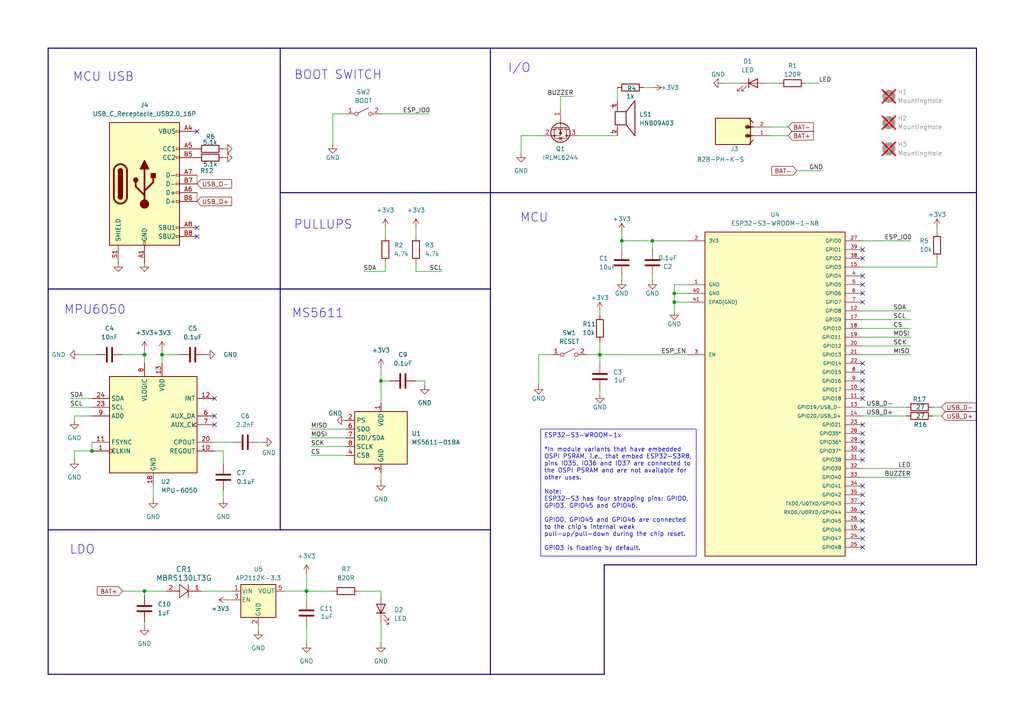
<source format=kicad_sch>
(kicad_sch (version 20250114) (generator "eeschema") (generator_version "9.0")
  (paper "A4")
  (title_block (title "MARS F25 Board") (date "2025-11-07") (rev "v1.0.1") (company "Metropolitan Aerospace Rocket Society") (comment 1 "Author: Anthony Dalgleish"))
  (lib_symbols
    (symbol "AT-1127-ST-2-R:AT-1127-ST-2-R" (pin_names (offset 1.016))
      (property "Reference" "LS1" (at 3.81 1.1258 0))
      (property "Value" "HNB09A03" (at 3.81 -1.4142 0))
      (symbol "AT-1127-ST-2-R_0_0"
        (text "+" (at -5.08 2.54 0) (effects (font (size 1.778 1.778)) (justify left bottom)))
        (text "-" (at -5.08 -5.08 0) (effects (font (size 1.778 1.778)) (justify left bottom)))
        (pin passive line (at -2.54 5.08 270) (length 2.54) (name "~") (number "1"))
        (pin passive line (at -2.54 -5.08 90) (length 2.54) (name "~") (number "2"))
      )
    )
    (symbol "B2B-PH-K-S:B2B-PH-K-S" (pin_names (offset 1.016))
      (property "Reference" "J" (at -5.58 5.08 0))
      (property "Value" "B2B-PH-K-S" (at -5.08 -5.08 0))
      (symbol "B2B-PH-K-S_0_0"
        (pin passive line (at -10.16 2.54 0) (length 5.08) (name "1") (number "1"))
        (pin passive line (at -10.16 0 0) (length 5.08) (name "2") (number "2"))
      )
    )
    (symbol "Connector:USB_C_Receptacle_USB2.0_16P" (pin_names (offset 1.016))
      (property "Reference" "J" (at 0 22.225 0))
      (property "Value" "USB_C_Receptacle_USB2.0_16P" (at 0 19.685 0))
      (symbol "USB_C_Receptacle_USB2.0_16P_1_1"
        (pin passive line (at -7.62 -22.86 90) (length 5.08) (name "SHIELD") (number "S1"))
        (pin passive line (at 0 -22.86 90) (length 5.08) (name "GND") (number "A1"))
        (pin passive line (at 0 -22.86 90) (length 5.08) (hide yes) (name "GND") (number "A12"))
        (pin passive line (at 0 -22.86 90) (length 5.08) (hide yes) (name "GND") (number "B1"))
        (pin passive line (at 0 -22.86 90) (length 5.08) (hide yes) (name "GND") (number "B12"))
        (pin passive line (at 15.24 15.24 180) (length 5.08) (name "VBUS") (number "A4"))
        (pin passive line (at 15.24 15.24 180) (length 5.08) (hide yes) (name "VBUS") (number "A9"))
        (pin passive line (at 15.24 15.24 180) (length 5.08) (hide yes) (name "VBUS") (number "B4"))
        (pin passive line (at 15.24 15.24 180) (length 5.08) (hide yes) (name "VBUS") (number "B9"))
        (pin bidirectional line (at 15.24 10.16 180) (length 5.08) (name "CC1") (number "A5"))
        (pin bidirectional line (at 15.24 7.62 180) (length 5.08) (name "CC2") (number "B5"))
        (pin bidirectional line (at 15.24 2.54 180) (length 5.08) (name "D-") (number "A7"))
        (pin bidirectional line (at 15.24 0 180) (length 5.08) (name "D-") (number "B7"))
        (pin bidirectional line (at 15.24 -2.54 180) (length 5.08) (name "D+") (number "A6"))
        (pin bidirectional line (at 15.24 -5.08 180) (length 5.08) (name "D+") (number "B6"))
        (pin bidirectional line (at 15.24 -12.7 180) (length 5.08) (name "SBU1") (number "A8"))
        (pin bidirectional line (at 15.24 -15.24 180) (length 5.08) (name "SBU2") (number "B8"))
      )
    )
    (symbol "Device:C" (pin_numbers (hide yes)) (pin_names (offset 0.254))
      (property "Reference" "C" (at 0.635 2.54 0))
      (property "Value" "C" (at 0.635 -2.54 0))
      (symbol "C_1_1"
        (pin passive line (at 0 3.81 270) (length 2.794) (name "~") (number "1"))
        (pin passive line (at 0 -3.81 90) (length 2.794) (name "~") (number "2"))
      )
    )
    (symbol "Device:LED" (pin_numbers (hide yes)) (pin_names (offset 1.016) (hide yes))
      (property "Reference" "D" (at 0 2.54 0))
      (property "Value" "LED" (at 0 -2.54 0))
      (symbol "LED_1_1"
        (pin passive line (at -3.81 0 0) (length 2.54) (name "K") (number "1"))
        (pin passive line (at 3.81 0 180) (length 2.54) (name "A") (number "2"))
      )
    )
    (symbol "Device:R" (pin_numbers (hide yes)) (pin_names (offset 0))
      (property "Reference" "R" (at 2.032 0 90))
      (property "Value" "R" (at 0 0 90))
      (symbol "R_1_1"
        (pin passive line (at 0 3.81 270) (length 1.27) (name "~") (number "1"))
        (pin passive line (at 0 -3.81 90) (length 1.27) (name "~") (number "2"))
      )
    )
    (symbol "MBRS130LT3G:MBRS130LT3G" (pin_names (offset 0.254))
      (property "Reference" "CR" (at 5.08 4.445 0))
      (property "Value" "MBRS130LT3G" (at 5.08 -3.81 0))
      (symbol "MBRS130LT3G_1_1"
        (pin unspecified line (at 0 0 0) (length 2.54) (name "") (number "2"))
        (pin unspecified line (at 10.16 0 180) (length 2.54) (name "") (number "1"))
      )
      (symbol "MBRS130LT3G_1_2"
        (pin unspecified line (at 0 10.16 270) (length 2.54) (name "") (number "1"))
        (pin unspecified line (at 0 0 90) (length 2.54) (name "") (number "2"))
      )
    )
    (symbol "Mechanical:MountingHole" (pin_names (offset 1.016)) (exclude_from_sim yes) (in_bom no)
      (property "Reference" "H" (at 0 5.08 0))
      (property "Value" "MountingHole" (at 0 3.175 0))
    )
    (symbol "Morten_Library.kicad_sym_9:+3V3" (power) (pin_names (offset 0))
      (property "Value" "+3V3" (at 0 3.556 0))
      (symbol "+3V3_1_1"
        (pin power_in line (at 0 0 90) (length 0) (hide yes) (name "+3V3") (number "1"))
      )
    )
    (symbol "Morten_Library.kicad_sym_9:ESP32-S3-WROOM-1x-N8R8" (pin_names (offset 1.016))
      (property "Reference" "U4" (at -19.304 46.99 0))
      (property "Value" "ESP32-S3-WROOM-1-N16" (at -7.366 -49.53 0))
      (symbol "ESP32-S3-WROOM-1x-N8R8_0_0"
        (pin power_in line (at -25.4 43.18 0) (length 5.08) (name "3V3") (number "2"))
        (pin power_in line (at -25.4 30.48 0) (length 5.08) (name "GND") (number "1"))
        (pin power_in line (at -25.4 27.94 0) (length 5.08) (name "GND") (number "40"))
        (pin power_in line (at -25.4 25.4 0) (length 5.08) (name "EPAD(GND)") (number "41"))
        (pin input line (at -25.4 10.16 0) (length 5.08) (name "EN") (number "3"))
      )
      (symbol "ESP32-S3-WROOM-1x-N8R8_1_0"
        (pin bidirectional line (at 25.4 43.18 180) (length 5.08) (name "GPIO0") (number "27"))
        (pin bidirectional line (at 25.4 40.64 180) (length 5.08) (name "GPIO1") (number "39"))
        (pin bidirectional line (at 25.4 38.1 180) (length 5.08) (name "GPIO2") (number "38"))
        (pin bidirectional line (at 25.4 35.56 180) (length 5.08) (name "GPIO3") (number "15"))
        (pin bidirectional line (at 25.4 30.48 180) (length 5.08) (name "GPIO5") (number "5"))
        (pin bidirectional line (at 25.4 27.94 180) (length 5.08) (name "GPIO6") (number "6"))
        (pin bidirectional line (at 25.4 25.4 180) (length 5.08) (name "GPIO7") (number "7"))
        (pin bidirectional line (at 25.4 22.86 180) (length 5.08) (name "GPIO8") (number "12"))
        (pin bidirectional line (at 25.4 20.32 180) (length 5.08) (name "GPIO9") (number "17"))
        (pin bidirectional line (at 25.4 17.78 180) (length 5.08) (name "GPIO10") (number "18"))
        (pin bidirectional line (at 25.4 15.24 180) (length 5.08) (name "GPIO11") (number "19"))
        (pin bidirectional line (at 25.4 12.7 180) (length 5.08) (name "GPIO12") (number "20"))
        (pin bidirectional line (at 25.4 10.16 180) (length 5.08) (name "GPIO13") (number "21"))
        (pin bidirectional line (at 25.4 7.62 180) (length 5.08) (name "GPIO14") (number "22"))
        (pin bidirectional line (at 25.4 5.08 180) (length 5.08) (name "GPIO15") (number "8"))
        (pin bidirectional line (at 25.4 2.54 180) (length 5.08) (name "GPIO16") (number "9"))
        (pin bidirectional line (at 25.4 0 180) (length 5.08) (name "GPIO17") (number "10"))
        (pin bidirectional line (at 25.4 -2.54 180) (length 5.08) (name "GPIO18") (number "11"))
        (pin bidirectional line (at 25.4 -5.08 180) (length 5.08) (name "GPIO19/USB_D-") (number "13"))
        (pin bidirectional line (at 25.4 -7.62 180) (length 5.08) (name "GPIO20/USB_D+") (number "14"))
        (pin bidirectional line (at 25.4 -10.16 180) (length 5.08) (name "GPIO21") (number "23"))
        (pin bidirectional line (at 25.4 -12.7 180) (length 5.08) (name "GPIO35*") (number "28"))
        (pin bidirectional line (at 25.4 -15.24 180) (length 5.08) (name "GPIO36*") (number "29"))
        (pin bidirectional line (at 25.4 -17.78 180) (length 5.08) (name "GPIO37*") (number "30"))
        (pin bidirectional line (at 25.4 -20.32 180) (length 5.08) (name "GPIO38") (number "31"))
        (pin bidirectional line (at 25.4 -22.86 180) (length 5.08) (name "GPIO39") (number "32"))
        (pin bidirectional line (at 25.4 -25.4 180) (length 5.08) (name "GPIO40") (number "33"))
        (pin bidirectional line (at 25.4 -27.94 180) (length 5.08) (name "GPIO41") (number "34"))
        (pin bidirectional line (at 25.4 -30.48 180) (length 5.08) (name "GPIO42") (number "35"))
        (pin bidirectional line (at 25.4 -33.02 180) (length 5.08) (name "TXD0/U0TXD/GPIO43") (number "37"))
        (pin bidirectional line (at 25.4 -35.56 180) (length 5.08) (name "RXD0/U0RXD/GPIO44") (number "36"))
        (pin bidirectional line (at 25.4 -38.1 180) (length 5.08) (name "GPIO45") (number "26"))
        (pin bidirectional line (at 25.4 -40.64 180) (length 5.08) (name "GPIO46") (number "16"))
        (pin bidirectional line (at 25.4 -43.18 180) (length 5.08) (name "GPIO47") (number "24"))
        (pin bidirectional line (at 25.4 -45.72 180) (length 5.08) (name "GPIO48") (number "25"))
      )
      (symbol "ESP32-S3-WROOM-1x-N8R8_1_1"
        (pin bidirectional line (at 25.4 33.02 180) (length 5.08) (name "GPIO4") (number "4"))
      )
    )
    (symbol "Morten_Library.kicad_sym_9:GND" (power) (pin_names (offset 0))
      (property "Value" "GND" (at 0 -3.81 0))
      (symbol "GND_1_1"
        (pin power_in line (at 0 0 270) (length 0) (hide yes) (name "GND") (number "1"))
      )
    )
    (symbol "Morten_Library.kicad_sym_9:SW_SPST" (pin_names (offset 0) (hide yes))
      (property "Reference" "SW" (at 0 3.175 0))
      (property "Value" "SW_SPST" (at 0 -2.54 0))
      (symbol "SW_SPST_1_1"
        (pin passive line (at -5.08 0 0) (length 2.54) (name "A") (number "1"))
        (pin passive line (at 5.08 0 180) (length 2.54) (name "B") (number "2"))
      )
    )
    (symbol "Regulator_Linear:AP2112K-3.3" (pin_names (offset 0.254))
      (property "Reference" "U" (at -5.08 5.715 0))
      (property "Value" "AP2112K-3.3" (at 0 5.715 0))
      (symbol "AP2112K-3.3_1_1"
        (pin power_in line (at -7.62 2.54 0) (length 2.54) (name "VIN") (number "1"))
        (pin input line (at -7.62 0 0) (length 2.54) (name "EN") (number "3"))
        (pin power_in line (at 0 -7.62 90) (length 2.54) (name "GND") (number "2"))
        (pin no_connect line (at 5.08 0 180) (length 2.54) (hide yes) (name "NC") (number "4"))
        (pin power_out line (at 7.62 2.54 180) (length 2.54) (name "VOUT") (number "5"))
      )
    )
    (symbol "Sensor_Motion:MPU-6050"
      (property "Reference" "U" (at -11.43 13.97 0))
      (property "Value" "MPU-6050" (at 7.62 -15.24 0))
      (symbol "MPU-6050_0_0"
        (text "" (at 12.7 -2.54 0) (effects (font (size 1.27 1.27))))
      )
      (symbol "MPU-6050_1_1"
        (pin bidirectional line (at -17.78 7.62 0) (length 5.08) (name "SDA") (number "24"))
        (pin input line (at -17.78 5.08 0) (length 5.08) (name "SCL") (number "23"))
        (pin input line (at -17.78 2.54 0) (length 5.08) (name "AD0") (number "9"))
        (pin input line (at -17.78 -5.08 0) (length 5.08) (name "FSYNC") (number "11"))
        (pin input clock (at -17.78 -7.62 0) (length 5.08) (name "CLKIN") (number "1"))
        (pin no_connect line (at -12.7 12.7 0) (length 2.54) (hide yes) (name "NC") (number "2"))
        (pin no_connect line (at -12.7 10.16 0) (length 2.54) (hide yes) (name "NC") (number "3"))
        (pin no_connect line (at -12.7 0 0) (length 2.54) (hide yes) (name "NC") (number "4"))
        (pin no_connect line (at -12.7 -2.54 0) (length 2.54) (hide yes) (name "NC") (number "5"))
        (pin no_connect line (at -12.7 -10.16 0) (length 2.54) (hide yes) (name "NC") (number "14"))
        (pin power_in line (at -2.54 17.78 270) (length 3.81) (name "VLOGIC") (number "8"))
        (pin power_in line (at 0 -17.78 90) (length 3.81) (name "GND") (number "18"))
        (pin power_in line (at 2.54 17.78 270) (length 3.81) (name "VDD") (number "13"))
        (pin no_connect line (at 12.7 12.7 180) (length 2.54) (hide yes) (name "NC") (number "15"))
        (pin no_connect line (at 12.7 10.16 180) (length 2.54) (hide yes) (name "NC") (number "16"))
        (pin no_connect line (at 12.7 5.08 180) (length 2.54) (hide yes) (name "NC") (number "17"))
        (pin no_connect line (at 12.7 -2.54 180) (length 2.54) (hide yes) (name "RESV") (number "21"))
        (pin no_connect line (at 12.7 -10.16 180) (length 2.54) (hide yes) (name "RESV") (number "19"))
        (pin no_connect line (at 12.7 -12.7 180) (length 2.54) (hide yes) (name "RESV") (number "22"))
        (pin output line (at 17.78 7.62 180) (length 5.08) (name "INT") (number "12"))
        (pin bidirectional line (at 17.78 2.54 180) (length 5.08) (name "AUX_DA") (number "6"))
        (pin output clock (at 17.78 0 180) (length 5.08) (name "AUX_CL") (number "7"))
        (pin passive line (at 17.78 -5.08 180) (length 5.08) (name "CPOUT") (number "20"))
        (pin passive line (at 17.78 -7.62 180) (length 5.08) (name "REGOUT") (number "10"))
      )
    )
    (symbol "Sensor_Pressure:MS5611-01BA"
      (property "Reference" "U" (at -6.35 8.89 0))
      (property "Value" "MS5611-01BA" (at 7.62 8.89 0))
      (symbol "MS5611-01BA_1_1"
        (pin input line (at -10.16 5.08 0) (length 2.54) (name "PS") (number "2"))
        (pin output line (at -10.16 2.54 0) (length 2.54) (name "SDO") (number "6"))
        (pin bidirectional line (at -10.16 0 0) (length 2.54) (name "SDI/SDA") (number "7"))
        (pin input line (at -10.16 -2.54 0) (length 2.54) (name "SCLK") (number "8"))
        (pin input line (at -10.16 -5.08 0) (length 2.54) (name "CSB") (number "4"))
        (pin input line (at -10.16 -5.08 0) (length 2.54) (hide yes) (name "CSB") (number "5"))
        (pin power_in line (at 0 10.16 270) (length 2.54) (name "VDD") (number "1"))
        (pin power_in line (at 0 -10.16 90) (length 2.54) (name "GND") (number "3"))
      )
    )
    (symbol "Transistor_FET:IRLML6244" (pin_names (hide yes))
      (property "Reference" "Q" (at 5.08 1.905 0))
      (property "Value" "IRLML6244" (at 5.08 0 0))
      (symbol "IRLML6244_1_1"
        (pin input line (at -5.08 0 0) (length 2.54) (name "G") (number "1"))
        (pin passive line (at 2.54 5.08 270) (length 2.54) (name "D") (number "3"))
        (pin passive line (at 2.54 -5.08 90) (length 2.54) (name "S") (number "2"))
      )
    )
    (symbol "power:+3V3" (power) (pin_numbers (hide yes)) (pin_names (offset 0) (hide yes))
      (property "Value" "+3V3" (at 0 3.556 0))
      (symbol "+3V3_1_1"
        (pin power_in line (at 0 0 90) (length 0) (name "~") (number "1"))
      )
    )
    (symbol "power:GND" (power) (pin_numbers (hide yes)) (pin_names (offset 0) (hide yes))
      (property "Value" "GND" (at 0 -3.81 0))
      (symbol "GND_1_1"
        (pin power_in line (at 0 0 270) (length 0) (name "~") (number "1"))
      )
    )
  )
  (text "I/O" (at 150.622 19.812 0) (effects (font (size 2.54 2.54))))
  (text "MCU" (at 154.94 63.246 0) (effects (font (size 2.54 2.54))))
  (text "PULLUPS" (at 93.726 65.278 0) (effects (font (size 2.54 2.54))))
  (text "MPU6050" (at 18.542 91.44 0) (effects (font (size 2.54 2.54)) (justify left bottom)))
  (text "BOOT SWITCH" (at 98.044 21.844 0) (effects (font (size 2.54 2.54))))
  (text "MS5611" (at 84.582 92.456 0) (effects (font (size 2.54 2.54)) (justify left bottom)))
  (text "LDO" (at 23.876 159.512 0) (effects (font (size 2.54 2.54))))
  (text "MCU USB" (at 21.082 23.876 0) (effects (font (size 2.54 2.54)) (justify left bottom)))
  (text_box "ESP32-S3-WROOM-1x\n\n*In module variants that have embedded OSPI PSRAM, i.e., that embed ESP32-S3R8, pins IO35, IO36 and IO37 are connected to the OSPI PSRAM and are not available for other uses.\n\nNote:\nESP32-S3 has four strapping pins: GPIO0, GPIO3, GPIO45 and GPIO46.\n\nGPIO0, GPIO45 and GPIO46 are connected to the chip's internal weak pull-up/pull-down during the chip reset.\n\nGPIO3 is floating by default." (at 156.845 124.46 0) (size 45.085 36.83) (margins 0.9525 0.9525 0.9525 0.9525) (effects (font (size 1.27 1.27)) (justify left top)))
  (junction (at 88.9 171.45))
  (junction (at 41.91 102.87))
  (junction (at 41.91 171.45))
  (junction (at 189.23 69.85))
  (junction (at 180.34 69.85))
  (junction (at 195.58 87.63))
  (junction (at 195.58 85.09))
  (junction (at 173.99 102.87))
  (junction (at 46.99 102.87))
  (junction (at 110.49 110.49))
  (junction (at 26.67 130.81))
  (no_connect (at 250.19 82.55))
  (no_connect (at 250.19 87.63))
  (no_connect (at 250.19 158.75))
  (no_connect (at 250.19 133.35))
  (no_connect (at 250.19 123.19))
  (no_connect (at 250.19 146.05))
  (no_connect (at 250.19 85.09))
  (no_connect (at 57.15 66.04))
  (no_connect (at 57.15 68.58))
  (no_connect (at 250.19 80.01))
  (no_connect (at 250.19 125.73))
  (no_connect (at 250.19 143.51))
  (no_connect (at 250.19 74.93))
  (no_connect (at 250.19 115.57))
  (no_connect (at 250.19 153.67))
  (no_connect (at 250.19 151.13))
  (no_connect (at 250.19 110.49))
  (no_connect (at 250.19 113.03))
  (no_connect (at 57.15 38.1))
  (no_connect (at 62.23 115.57))
  (no_connect (at 250.19 140.97))
  (no_connect (at 250.19 148.59))
  (no_connect (at 250.19 107.95))
  (no_connect (at 62.23 120.65))
  (no_connect (at 250.19 105.41))
  (no_connect (at 250.19 128.27))
  (no_connect (at 250.19 156.21))
  (no_connect (at 62.23 123.19))
  (no_connect (at 250.19 130.81))
  (no_connect (at 250.19 72.39))
  (wire (pts (xy 195.58 87.63) (xy 195.58 85.09)))
  (wire (pts (xy 88.9 166.37) (xy 88.9 171.45)))
  (wire (pts (xy 104.14 171.45) (xy 110.49 171.45)))
  (wire (pts (xy 195.58 85.09) (xy 199.39 85.09)))
  (wire (pts (xy 250.19 135.89) (xy 264.16 135.89)))
  (bus (pts (xy 13.97 13.97) (xy 13.97 195.58)))
  (wire (pts (xy 162.56 27.94) (xy 166.37 27.94)))
  (wire (pts (xy 88.9 181.61) (xy 88.9 186.69)))
  (wire (pts (xy 26.67 120.65) (xy 21.59 120.65)))
  (wire (pts (xy 195.58 90.17) (xy 195.58 87.63)))
  (wire (pts (xy 209.55 24.13) (xy 214.63 24.13)))
  (wire (pts (xy 180.34 69.85) (xy 189.23 69.85)))
  (wire (pts (xy 111.76 78.74) (xy 105.41 78.74)))
  (wire (pts (xy 189.23 69.85) (xy 189.23 72.39)))
  (wire (pts (xy 250.19 69.85) (xy 264.16 69.85)))
  (wire (pts (xy 74.93 128.27) (xy 76.2 128.27)))
  (wire (pts (xy 100.33 33.02) (xy 96.52 33.02)))
  (wire (pts (xy 250.19 138.43) (xy 264.16 138.43)))
  (wire (pts (xy 250.19 118.11) (xy 262.89 118.11)))
  (wire (pts (xy 110.49 106.68) (xy 110.49 110.49)))
  (wire (pts (xy 110.49 110.49) (xy 110.49 116.84)))
  (wire (pts (xy 110.49 33.02) (xy 124.46 33.02)))
  (wire (pts (xy 110.49 180.34) (xy 110.49 186.69)))
  (wire (pts (xy 195.58 87.63) (xy 199.39 87.63)))
  (wire (pts (xy 271.78 74.93) (xy 271.78 77.47)))
  (wire (pts (xy 88.9 171.45) (xy 96.52 171.45)))
  (wire (pts (xy 21.59 120.65) (xy 21.59 121.92)))
  (wire (pts (xy 273.05 120.65) (xy 270.51 120.65)))
  (wire (pts (xy 250.19 100.33) (xy 264.16 100.33)))
  (wire (pts (xy 195.58 82.55) (xy 199.39 82.55)))
  (wire (pts (xy 110.49 171.45) (xy 110.49 172.72)))
  (bus (pts (xy 81.28 55.88) (xy 283.21 55.88)))
  (wire (pts (xy 250.19 92.71) (xy 264.16 92.71)))
  (wire (pts (xy 250.19 77.47) (xy 271.78 77.47)))
  (wire (pts (xy 35.56 171.45) (xy 41.91 171.45)))
  (wire (pts (xy 110.49 110.49) (xy 113.03 110.49)))
  (wire (pts (xy 173.99 102.87) (xy 173.99 105.41)))
  (wire (pts (xy 250.19 95.25) (xy 264.16 95.25)))
  (wire (pts (xy 35.56 102.87) (xy 41.91 102.87)))
  (wire (pts (xy 160.02 102.87) (xy 156.21 102.87)))
  (wire (pts (xy 90.17 132.08) (xy 100.33 132.08)))
  (wire (pts (xy 250.19 90.17) (xy 264.16 90.17)))
  (wire (pts (xy 20.32 118.11) (xy 26.67 118.11)))
  (wire (pts (xy 64.77 130.81) (xy 64.77 134.62)))
  (bus (pts (xy 13.97 195.58) (xy 175.26 195.58)))
  (wire (pts (xy 179.07 25.4) (xy 179.07 29.21)))
  (wire (pts (xy 157.48 39.37) (xy 151.13 39.37)))
  (wire (pts (xy 41.91 171.45) (xy 41.91 172.72)))
  (bus (pts (xy 13.97 13.97) (xy 283.21 13.97)))
  (wire (pts (xy 41.91 101.6) (xy 41.91 102.87)))
  (bus (pts (xy 13.97 83.82) (xy 142.24 83.82)))
  (wire (pts (xy 111.76 76.2) (xy 111.76 78.74)))
  (wire (pts (xy 26.67 130.81) (xy 21.59 130.81)))
  (wire (pts (xy 57.15 55.88) (xy 57.15 58.42)))
  (wire (pts (xy 64.77 142.24) (xy 64.77 144.78)))
  (bus (pts (xy 81.28 13.97) (xy 81.28 153.67)))
  (wire (pts (xy 180.34 67.31) (xy 180.34 69.85)))
  (wire (pts (xy 173.99 102.87) (xy 199.39 102.87)))
  (wire (pts (xy 22.86 102.87) (xy 27.94 102.87)))
  (wire (pts (xy 26.67 128.27) (xy 26.67 130.81)))
  (wire (pts (xy 170.18 102.87) (xy 173.99 102.87)))
  (wire (pts (xy 88.9 171.45) (xy 88.9 173.99)))
  (wire (pts (xy 120.65 66.04) (xy 120.65 68.58)))
  (wire (pts (xy 228.6 39.37) (xy 223.52 39.37)))
  (bus (pts (xy 13.97 153.67) (xy 142.24 153.67)))
  (wire (pts (xy 189.23 69.85) (xy 199.39 69.85)))
  (wire (pts (xy 46.99 101.6) (xy 46.99 102.87)))
  (wire (pts (xy 151.13 39.37) (xy 151.13 44.45)))
  (bus (pts (xy 175.26 195.58) (xy 175.26 163.83)))
  (wire (pts (xy 90.17 124.46) (xy 100.33 124.46)))
  (wire (pts (xy 271.78 66.04) (xy 271.78 67.31)))
  (wire (pts (xy 41.91 102.87) (xy 41.91 105.41)))
  (wire (pts (xy 195.58 85.09) (xy 195.58 82.55)))
  (wire (pts (xy 21.59 130.81) (xy 21.59 133.35)))
  (wire (pts (xy 273.05 118.11) (xy 270.51 118.11)))
  (wire (pts (xy 189.23 80.01) (xy 189.23 81.28)))
  (wire (pts (xy 46.99 102.87) (xy 46.99 105.41)))
  (wire (pts (xy 250.19 120.65) (xy 262.89 120.65)))
  (wire (pts (xy 66.04 173.99) (xy 67.31 173.99)))
  (wire (pts (xy 111.76 66.04) (xy 111.76 68.58)))
  (wire (pts (xy 90.17 127) (xy 100.33 127)))
  (wire (pts (xy 250.19 102.87) (xy 264.16 102.87)))
  (wire (pts (xy 237.49 24.13) (xy 233.68 24.13)))
  (bus (pts (xy 175.26 163.83) (xy 283.21 163.83)))
  (wire (pts (xy 62.23 128.27) (xy 67.31 128.27)))
  (wire (pts (xy 180.34 80.01) (xy 180.34 81.28)))
  (wire (pts (xy 74.93 181.61) (xy 74.93 182.88)))
  (wire (pts (xy 231.14 49.53) (xy 238.76 49.53)))
  (wire (pts (xy 58.42 171.45) (xy 67.31 171.45)))
  (wire (pts (xy 156.21 102.87) (xy 156.21 111.76)))
  (wire (pts (xy 120.65 78.74) (xy 128.27 78.74)))
  (wire (pts (xy 173.99 90.17) (xy 173.99 91.44)))
  (wire (pts (xy 180.34 69.85) (xy 180.34 72.39)))
  (wire (pts (xy 62.23 130.81) (xy 64.77 130.81)))
  (wire (pts (xy 82.55 171.45) (xy 88.9 171.45)))
  (wire (pts (xy 110.49 137.16) (xy 110.49 139.7)))
  (wire (pts (xy 162.56 31.75) (xy 162.56 27.94)))
  (bus (pts (xy 283.21 13.97) (xy 283.21 163.83)))
  (bus (pts (xy 142.24 13.97) (xy 142.24 195.58)))
  (wire (pts (xy 41.91 180.34) (xy 41.91 181.61)))
  (wire (pts (xy 173.99 113.03) (xy 173.99 114.3)))
  (wire (pts (xy 44.45 140.97) (xy 44.45 144.78)))
  (wire (pts (xy 57.15 53.34) (xy 57.15 50.8)))
  (wire (pts (xy 90.17 129.54) (xy 100.33 129.54)))
  (wire (pts (xy 222.25 24.13) (xy 226.06 24.13)))
  (wire (pts (xy 250.19 97.79) (xy 264.16 97.79)))
  (wire (pts (xy 96.52 33.02) (xy 96.52 41.91)))
  (wire (pts (xy 20.32 115.57) (xy 26.67 115.57)))
  (wire (pts (xy 228.6 36.83) (xy 223.52 36.83)))
  (wire (pts (xy 167.64 39.37) (xy 179.07 39.37)))
  (wire (pts (xy 120.65 110.49) (xy 123.19 110.49)))
  (wire (pts (xy 189.23 25.4) (xy 186.69 25.4)))
  (wire (pts (xy 120.65 76.2) (xy 120.65 78.74)))
  (wire (pts (xy 46.99 102.87) (xy 52.07 102.87)))
  (wire (pts (xy 173.99 99.06) (xy 173.99 102.87)))
  (wire (pts (xy 123.19 110.49) (xy 123.19 111.76)))
  (wire (pts (xy 48.26 171.45) (xy 41.91 171.45)))
  (label "USB_D+" (at 259.08 120.65 180))
  (label "SCK" (at 259.08 100.33 0))
  (label "MOSI" (at 259.08 97.79 0))
  (label "SCL" (at 128.27 78.74 180))
  (label "CS" (at 90.17 132.08 0))
  (label "SDA" (at 20.32 115.57 0))
  (label "CS" (at 259.08 95.25 0))
  (label "ESP_IO0" (at 256.54 69.85 0))
  (label "BUZZER" (at 264.16 138.43 180))
  (label "BUZZER" (at 166.37 27.94 180))
  (label "SCL" (at 259.08 92.71 0))
  (label "SDA" (at 259.08 90.17 0))
  (label "MISO" (at 90.17 124.46 0))
  (label "USB_D-" (at 259.08 118.11 180))
  (label "GND" (at 238.76 49.53 180))
  (label "MOSI" (at 90.17 127 0))
  (label "ESP_EN" (at 191.77 102.87 0))
  (label "SDA" (at 105.41 78.74 0))
  (label "LED" (at 237.49 24.13 0))
  (label "SCK" (at 90.17 129.54 0))
  (label "ESP_IO0" (at 116.84 33.02 0))
  (label "SCL" (at 20.32 118.11 0))
  (label "LED" (at 264.16 135.89 180))
  (label "MISO" (at 259.08 102.87 0))
  (global_label "USB_D+" (shape input) (at 273.05 120.65 0) (property "Intersheetrefs" "${INTERSHEET_REFS}" (effects (hide yes))))
  (global_label "USB_D+" (shape input) (at 57.15 58.42 0) (property "Intersheetrefs" "${INTERSHEET_REFS}" (effects (hide yes))))
  (global_label "USB_D-" (shape input) (at 273.05 118.11 0) (property "Intersheetrefs" "${INTERSHEET_REFS}" (effects (hide yes))))
  (global_label "USB_D-" (shape input) (at 57.15 53.34 0) (property "Intersheetrefs" "${INTERSHEET_REFS}" (effects (hide yes))))
  (global_label "BAT+" (shape input) (at 35.56 171.45 180) (property "Intersheetrefs" "${INTERSHEET_REFS}" (effects (hide yes))))
  (global_label "BAT-" (shape input) (at 231.14 49.53 180) (property "Intersheetrefs" "${INTERSHEET_REFS}" (effects (hide yes))))
  (global_label "BAT-" (shape input) (at 228.6 36.83 0) (property "Intersheetrefs" "${INTERSHEET_REFS}" (effects (hide yes))))
  (global_label "BAT+" (shape input) (at 228.6 39.37 0) (property "Intersheetrefs" "${INTERSHEET_REFS}" (effects (hide yes))))
  (symbol (lib_id "Device:R") (at 182.88 25.4 270) (unit 1)
    (property "Reference" "R4" (at 181.864 25.654 90) (effects (justify left)))
    (property "Value" "1k" (at 181.6101 27.94 90) (effects (justify left)))
    (property "Footprint" "Capacitor_SMD:C_0402_1005Metric" (effects (hide yes)))
    (property "Description" "Resistor" (effects (hide yes)))
    (property "LCSC" "C11702" (effects (hide yes)))
  )
  (symbol (lib_id "Mechanical:MountingHole") (at 257.81 35.56 0) (unit 1) (exclude_from_sim yes) (in_bom no) (dnp yes)
    (property "Reference" "H2" (at 260.35 34.2899 0) (effects (justify left)))
    (property "Value" "MountingHole" (at 260.35 36.8299 0) (effects (justify left)))
    (property "Footprint" "Mount:hole" (effects (hide yes)))
    (property "Description" "Mounting Hole without connection" (effects (hide yes)))
  )
  (symbol (lib_id "Mechanical:MountingHole") (at 257.81 27.94 0) (unit 1) (exclude_from_sim yes) (in_bom no) (dnp yes)
    (property "Reference" "H1" (at 260.35 26.6699 0) (effects (justify left)))
    (property "Value" "MountingHole" (at 260.35 29.2099 0) (effects (justify left)))
    (property "Footprint" "Mount:hole" (effects (hide yes)))
    (property "Description" "Mounting Hole without connection" (effects (hide yes)))
  )
  (symbol (lib_id "power:GND") (at 64.77 144.78 0) (unit 1)
    (property "Reference" "#PWR015" (effects (hide yes)))
    (property "Value" "GND" (at 64.77 149.86 0))
    (property "Description" "Power symbol creates a global label with name \"GND\" , ground" (effects (hide yes)))
  )
  (symbol (lib_id "Mechanical:MountingHole") (at 257.81 43.18 0) (unit 1) (exclude_from_sim yes) (in_bom no) (dnp yes)
    (property "Reference" "H3" (at 260.35 41.9099 0) (effects (justify left)))
    (property "Value" "MountingHole" (at 260.35 44.4499 0) (effects (justify left)))
    (property "Footprint" "Mount:hole" (effects (hide yes)))
    (property "Description" "Mounting Hole without connection" (effects (hide yes)))
  )
  (symbol (lib_id "Connector:USB_C_Receptacle_USB2.0_16P") (at 41.91 53.34 0) (unit 1)
    (property "Reference" "J4" (at 41.91 30.48 0))
    (property "Value" "USB_C_Receptacle_USB2.0_16P" (at 41.91 33.02 0))
    (property "Footprint" "Connector_USB:USB_C_Receptacle_Palconn_UTC16-G" (effects (hide yes)))
    (property "Datasheet" "https://www.usb.org/sites/default/files/documents/usb_type-c.zip" (effects (hide yes)))
    (property "Description" "USB 2.0-only 16P Type-C Receptacle connector" (effects (hide yes)))
    (property "JLC Link" "https://jlcpcb.com/partdetail/ShouHan-TYPE_C_16PIN_2MD_073/C2765186" (effects (hide yes)))
    (property "LCSC Part #" "C2765186" (effects (hide yes)))
    (property "basic?" "no" (effects (hide yes)))
    (property "info" "USB-C" (effects (hide yes)))
    (property "price" "C$0.0738 " (effects (hide yes)))
    (property "LCSC" "C2765186" (effects (hide yes)))
  )
  (symbol (lib_id "Morten_Library.kicad_sym_9:GND") (at 96.52 41.91 0) (unit 1)
    (property "Reference" "#PWR041" (effects (hide yes)))
    (property "Value" "GND" (at 96.52 45.72 0))
    (property "Description" "Power symbol creates a global label with name \"GND\" , ground" (effects (hide yes)))
  )
  (symbol (lib_id "power:+3V3") (at 120.65 66.04 0) (unit 1)
    (property "Reference" "#PWR020" (effects (hide yes)))
    (property "Value" "+3V3" (at 120.65 60.96 0))
    (property "Description" "Power symbol creates a global label with name \"+3V3\"" (effects (hide yes)))
  )
  (symbol (lib_id "Sensor_Pressure:MS5611-01BA") (at 110.49 127 0) (unit 1)
    (property "Reference" "U1" (at 119.38 125.7299 0) (effects (justify left)))
    (property "Value" "MS5611-01BA" (at 119.38 128.2699 0) (effects (justify left)))
    (property "Footprint" "Package_LGA:LGA-8_3x5mm_P1.25mm" (effects (hide yes)))
    (property "Datasheet" "https://www.te.com/commerce/DocumentDelivery/DDEController?Action=srchrtrv&DocNm=MS5611-01BA03&DocType=Data+Sheet&DocLang=English" (effects (hide yes)))
    (property "Description" "Barometric pressure sensor, 10cm resolution, 10 to 1200 mbar, I2C and SPI interface up to 20MHz, LGA-8" (effects (hide yes)))
    (property "LCSC" "C15639" (effects (hide yes)))
  )
  (symbol (lib_id "Morten_Library.kicad_sym_9:SW_SPST") (at 165.1 102.87 0) (unit 1)
    (property "Reference" "SW1" (at 165.1 96.52 0))
    (property "Value" "RESET" (at 165.1 99.06 0))
    (property "Footprint" "Button_Switch_SMD:SW_SPST_B3U-1000P" (effects (hide yes)))
    (property "Description" "Single Pole Single Throw (SPST) switch" (effects (hide yes)))
    (property "LCSC" "C231329" (effects (hide yes)))
  )
  (symbol (lib_id "Device:R") (at 111.76 72.39 0) (unit 1)
    (property "Reference" "R2" (at 114.3 71.1199 0) (effects (justify left)))
    (property "Value" "4.7k" (at 114.3 73.6599 0) (effects (justify left)))
    (property "Footprint" "Capacitor_SMD:C_0402_1005Metric" (effects (hide yes)))
    (property "Description" "Resistor" (effects (hide yes)))
    (property "LCSC" "C25900" (effects (hide yes)))
  )
  (symbol (lib_id "power:GND") (at 110.49 186.69 0) (unit 1)
    (property "Reference" "#PWR025" (effects (hide yes)))
    (property "Value" "GND" (at 110.49 191.77 0))
    (property "Description" "Power symbol creates a global label with name \"GND\" , ground" (effects (hide yes)))
  )
  (symbol (lib_id "power:+3V3") (at 46.99 101.6 0) (unit 1)
    (property "Reference" "#PWR012" (effects (hide yes)))
    (property "Value" "+3V3" (at 46.99 96.52 0))
    (property "Description" "Power symbol creates a global label with name \"+3V3\"" (effects (hide yes)))
  )
  (symbol (lib_id "power:GND") (at 209.55 24.13 270) (unit 1)
    (property "Reference" "#PWR024" (effects (hide yes)))
    (property "Value" "GND" (at 208.28 21.59 90))
    (property "Description" "Power symbol creates a global label with name \"GND\" , ground" (effects (hide yes)))
  )
  (symbol (lib_id "Morten_Library.kicad_sym_9:GND") (at 173.99 114.3 0) (unit 1)
    (property "Reference" "#PWR034" (effects (hide yes)))
    (property "Value" "GND" (at 173.99 118.11 0))
    (property "Description" "Power symbol creates a global label with name \"GND\" , ground" (effects (hide yes)))
  )
  (symbol (lib_id "Device:R") (at 60.96 43.18 270) (unit 1)
    (property "Reference" "R6" (at 59.69 39.624 90) (effects (justify left)))
    (property "Value" "5.1k" (at 58.801 41.275 90) (effects (justify left)))
    (property "Footprint" "Resistor_SMD:R_0402_1005Metric" (effects (hide yes)))
    (property "Description" "Resistor" (effects (hide yes)))
    (property "JLC Link" "https://jlcpcb.com/partdetail/26648-0402WGF5101TCE/C25905" (effects (hide yes)))
    (property "LCSC Part #" "C25905" (effects (hide yes)))
    (property "basic?" "yes" (effects (hide yes)))
    (property "info" "5.1k ohm" (effects (hide yes)))
    (property "price" "C$0.0006" (effects (hide yes)))
    (property "LCSC" "C25905" (effects (hide yes)))
  )
  (symbol (lib_id "power:GND") (at 21.59 133.35 0) (unit 1)
    (property "Reference" "#PWR017" (effects (hide yes)))
    (property "Value" "GND" (at 21.59 138.43 0))
    (property "Description" "Power symbol creates a global label with name \"GND\" , ground" (effects (hide yes)))
  )
  (symbol (lib_id "power:GND") (at 76.2 128.27 90) (unit 1)
    (property "Reference" "#PWR014" (effects (hide yes)))
    (property "Value" "GND" (at 75.946 131.318 90) (effects (justify right)))
    (property "Description" "Power symbol creates a global label with name \"GND\" , ground" (effects (hide yes)))
  )
  (symbol (lib_id "Device:R") (at 173.99 95.25 180) (unit 1)
    (property "Reference" "R11" (at 168.91 93.98 0) (effects (justify right)))
    (property "Value" "10k" (at 168.91 96.52 0) (effects (justify right)))
    (property "Footprint" "Capacitor_SMD:C_0402_1005Metric" (effects (hide yes)))
    (property "Description" "Resistor" (effects (hide yes)))
    (property "LCSC" "C25744" (effects (hide yes)))
  )
  (symbol (lib_id "Morten_Library.kicad_sym_9:GND") (at 180.34 81.28 0) (unit 1)
    (property "Reference" "#PWR036" (effects (hide yes)))
    (property "Value" "GND" (at 180.34 85.09 0))
    (property "Description" "Power symbol creates a global label with name \"GND\" , ground" (effects (hide yes)))
  )
  (symbol (lib_id "Morten_Library.kicad_sym_9:GND") (at 189.23 81.28 0) (unit 1)
    (property "Reference" "#PWR038" (effects (hide yes)))
    (property "Value" "GND" (at 189.23 85.09 0))
    (property "Description" "Power symbol creates a global label with name \"GND\" , ground" (effects (hide yes)))
  )
  (symbol (lib_id "power:GND") (at 41.91 181.61 0) (unit 1)
    (property "Reference" "#PWR05" (effects (hide yes)))
    (property "Value" "GND" (at 41.91 186.69 0))
    (property "Description" "Power symbol creates a global label with name \"GND\" , ground" (effects (hide yes)))
  )
  (symbol (lib_id "Device:R") (at 60.96 45.72 90) (unit 1)
    (property "Reference" "R12" (at 61.976 49.53 90) (effects (justify left)))
    (property "Value" "5.1k" (at 63.119 47.625 90) (effects (justify left)))
    (property "Footprint" "Resistor_SMD:R_0402_1005Metric" (effects (hide yes)))
    (property "Description" "Resistor" (effects (hide yes)))
    (property "JLC Link" "https://jlcpcb.com/partdetail/26648-0402WGF5101TCE/C25905" (effects (hide yes)))
    (property "LCSC Part #" "C25905" (effects (hide yes)))
    (property "basic?" "yes" (effects (hide yes)))
    (property "info" "5.1k ohm" (effects (hide yes)))
    (property "price" "C$0.0006" (effects (hide yes)))
    (property "LCSC" "C25905" (effects (hide yes)))
  )
  (symbol (lib_id "Device:R") (at 266.7 120.65 270) (unit 1)
    (property "Reference" "R16" (at 266.954 123.19 90))
    (property "Value" "27" (at 266.954 118.11 90))
    (property "Footprint" "Resistor_SMD:R_0402_1005Metric" (effects (hide yes)))
    (property "LCSC Part #" "C25100" (effects (hide yes)))
    (property "basic?" "no" (effects (hide yes)))
    (property "info" "27 ohm" (effects (hide yes)))
    (property "price" "C$0.0007 " (effects (hide yes)))
    (property "JLC Link" "https://jlcpcb.com/partdetail/25843-0402WGF270JTCE/C25100" (effects (hide yes)))
    (property "LCSC" "C25100" (effects (hide yes)))
  )
  (symbol (lib_id "power:+3V3") (at 111.76 66.04 0) (unit 1)
    (property "Reference" "#PWR019" (effects (hide yes)))
    (property "Value" "+3V3" (at 111.76 60.96 0))
    (property "Description" "Power symbol creates a global label with name \"+3V3\"" (effects (hide yes)))
  )
  (symbol (lib_id "Regulator_Linear:AP2112K-3.3") (at 74.93 173.99 0) (unit 1)
    (property "Reference" "U5" (at 74.93 165.1 0))
    (property "Value" "AP2112K-3.3" (at 74.93 167.64 0))
    (property "Footprint" "LDO:SOT_RG1_DIO" (effects (hide yes)))
    (property "Datasheet" "https://www.diodes.com/assets/Datasheets/AP2112.pdf" (effects (hide yes)))
    (property "Description" "600mA low dropout linear regulator, with enable pin, 3.8V-6V input voltage range, 3.3V fixed positive output, SOT-23-5" (effects (hide yes)))
    (property "LCSC" "C3021085" (effects (hide yes)))
  )
  (symbol (lib_id "Device:R") (at 266.7 118.11 270) (unit 1)
    (property "Reference" "R17" (at 266.7 115.824 90))
    (property "Value" "27" (at 266.954 120.65 90))
    (property "Footprint" "Resistor_SMD:R_0402_1005Metric" (effects (hide yes)))
    (property "LCSC Part #" "C25100" (effects (hide yes)))
    (property "basic?" "no" (effects (hide yes)))
    (property "info" "27 ohm" (effects (hide yes)))
    (property "price" "C$0.0007 " (effects (hide yes)))
    (property "JLC Link" "https://jlcpcb.com/partdetail/25843-0402WGF270JTCE/C25100" (effects (hide yes)))
    (property "LCSC" "C25100" (effects (hide yes)))
  )
  (symbol (lib_id "Sensor_Motion:MPU-6050") (at 44.45 123.19 0) (unit 1)
    (property "Reference" "U2" (at 46.6441 139.7 0) (effects (justify left)))
    (property "Value" "MPU-6050" (at 46.6441 142.24 0) (effects (justify left)))
    (property "Footprint" "Sensor_Motion:InvenSense_QFN-24_4x4mm_P0.5mm" (effects (hide yes)))
    (property "Datasheet" "https://invensense.tdk.com/wp-content/uploads/2015/02/MPU-6000-Datasheet1.pdf" (effects (hide yes)))
    (property "Description" "InvenSense 6-Axis Motion Sensor, Gyroscope, Accelerometer, I2C" (effects (hide yes)))
    (property "LCSC" "C24112" (effects (hide yes)))
  )
  (symbol (lib_id "power:+3V3") (at 110.49 106.68 0) (unit 1)
    (property "Reference" "#PWR030" (effects (hide yes)))
    (property "Value" "+3V3" (at 110.49 101.6 0))
    (property "Description" "Power symbol creates a global label with name \"+3V3\"" (effects (hide yes)))
  )
  (symbol (lib_id "power:GND") (at 64.77 43.18 90) (unit 1)
    (property "Reference" "#PWR03" (effects (hide yes)))
    (property "Value" "GND" (effects (hide yes)))
    (property "Description" "Power symbol creates a global label with name \"GND\" , ground" (effects (hide yes)))
  )
  (symbol (lib_id "power:GND") (at 21.59 121.92 0) (unit 1)
    (property "Reference" "#PWR018" (effects (hide yes)))
    (property "Value" "GND" (at 21.59 127 0))
    (property "Description" "Power symbol creates a global label with name \"GND\" , ground" (effects (hide yes)))
  )
  (symbol (lib_id "Device:C") (at 71.12 128.27 90) (unit 1)
    (property "Reference" "C6" (at 71.12 120.65 90))
    (property "Value" "2.2nF" (at 71.12 123.19 90))
    (property "Footprint" "Capacitor_SMD:C_0402_1005Metric" (effects (hide yes)))
    (property "Description" "Unpolarized capacitor" (effects (hide yes)))
    (property "LCSC" "C84703" (effects (hide yes)))
  )
  (symbol (lib_id "power:GND") (at 59.69 102.87 90) (unit 1)
    (property "Reference" "#PWR013" (effects (hide yes)))
    (property "Value" "GND" (at 64.77 102.8699 90) (effects (justify right)))
    (property "Description" "Power symbol creates a global label with name \"GND\" , ground" (effects (hide yes)))
  )
  (symbol (lib_id "power:GND") (at 41.91 76.2 0) (unit 1)
    (property "Reference" "#PWR02" (effects (hide yes)))
    (property "Value" "GND" (effects (hide yes)))
    (property "Description" "Power symbol creates a global label with name \"GND\" , ground" (effects (hide yes)))
  )
  (symbol (lib_id "Device:R") (at 120.65 72.39 0) (unit 1)
    (property "Reference" "R3" (at 123.19 71.1199 0) (effects (justify left)))
    (property "Value" "4.7k" (at 123.19 73.6599 0) (effects (justify left)))
    (property "Footprint" "Capacitor_SMD:C_0402_1005Metric" (effects (hide yes)))
    (property "Description" "Resistor" (effects (hide yes)))
    (property "LCSC" "C25900" (effects (hide yes)))
  )
  (symbol (lib_id "power:+3V3") (at 41.91 101.6 0) (unit 1)
    (property "Reference" "#PWR010" (effects (hide yes)))
    (property "Value" "+3V3" (at 41.91 96.52 0))
    (property "Description" "Power symbol creates a global label with name \"+3V3\"" (effects (hide yes)))
  )
  (symbol (lib_id "power:GND") (at 34.29 76.2 0) (unit 1)
    (property "Reference" "#PWR01" (effects (hide yes)))
    (property "Value" "GND" (effects (hide yes)))
    (property "Description" "Power symbol creates a global label with name \"GND\" , ground" (effects (hide yes)))
  )
  (symbol (lib_id "Device:C") (at 55.88 102.87 270) (unit 1)
    (property "Reference" "C5" (at 55.88 95.25 90))
    (property "Value" "0.1uF" (at 55.88 97.79 90))
    (property "Footprint" "Capacitor_SMD:C_0402_1005Metric" (effects (hide yes)))
    (property "Description" "Unpolarized capacitor" (effects (hide yes)))
    (property "LCSC" "C1525" (effects (hide yes)))
  )
  (symbol (lib_id "Morten_Library.kicad_sym_9:+3V3") (at 271.78 66.04 0) (unit 1)
    (property "Reference" "#PWR040" (effects (hide yes)))
    (property "Value" "+3V3" (at 271.78 62.23 0))
    (property "Description" "Power symbol creates a global label with name \"+3V3\"" (effects (hide yes)))
  )
  (symbol (lib_id "Device:C") (at 189.23 76.2 180) (unit 1)
    (property "Reference" "C2" (at 193.675 77.343 0))
    (property "Value" "0.1uF" (at 193.675 74.803 0))
    (property "Footprint" "Capacitor_SMD:C_0402_1005Metric" (effects (hide yes)))
    (property "Description" "Unpolarized capacitor" (effects (hide yes)))
    (property "LCSC" "C1525" (effects (hide yes)))
  )
  (symbol (lib_id "Device:LED") (at 110.49 176.53 90) (unit 1)
    (property "Reference" "D2" (at 114.3 176.8474 90) (effects (justify right)))
    (property "Value" "LED" (at 114.3 179.3874 90) (effects (justify right)))
    (property "Footprint" "LED_SMD:LED_0603_1608Metric" (effects (hide yes)))
    (property "Description" "Light emitting diode" (effects (hide yes)))
    (property "Sim.Pins" "1=K 2=A" (effects (hide yes)))
    (property "LCSC" "C2290" (effects (hide yes)))
  )
  (symbol (lib_id "power:GND") (at 88.9 186.69 0) (unit 1)
    (property "Reference" "#PWR09" (effects (hide yes)))
    (property "Value" "GND" (at 88.9 191.77 0))
    (property "Description" "Power symbol creates a global label with name \"GND\" , ground" (effects (hide yes)))
  )
  (symbol (lib_id "power:GND") (at 44.45 144.78 0) (unit 1)
    (property "Reference" "#PWR016" (effects (hide yes)))
    (property "Value" "GND" (at 44.45 149.86 0))
    (property "Description" "Power symbol creates a global label with name \"GND\" , ground" (effects (hide yes)))
  )
  (symbol (lib_id "power:GND") (at 74.93 182.88 0) (unit 1)
    (property "Reference" "#PWR07" (effects (hide yes)))
    (property "Value" "GND" (at 74.93 187.96 0))
    (property "Description" "Power symbol creates a global label with name \"GND\" , ground" (effects (hide yes)))
  )
  (symbol (lib_id "Device:C") (at 173.99 109.22 0) (unit 1)
    (property "Reference" "C3" (at 177.8 107.9499 0) (effects (justify left)))
    (property "Value" "1uF" (at 178.054 110.236 0) (effects (justify left)))
    (property "Footprint" "Capacitor_SMD:C_0402_1005Metric" (effects (hide yes)))
    (property "Description" "Unpolarized capacitor" (effects (hide yes)))
    (property "LCSC" "C52923" (effects (hide yes)))
  )
  (symbol (lib_id "Device:C") (at 41.91 176.53 0) (unit 1)
    (property "Reference" "C10" (at 45.72 175.2599 0) (effects (justify left)))
    (property "Value" "1uF" (at 45.72 177.7999 0) (effects (justify left)))
    (property "Footprint" "Capacitor_SMD:C_0402_1005Metric" (effects (hide yes)))
    (property "Description" "Unpolarized capacitor" (effects (hide yes)))
    (property "LCSC" "C52923" (effects (hide yes)))
  )
  (symbol (lib_id "Morten_Library.kicad_sym_9:+3V3") (at 180.34 67.31 0) (unit 1)
    (property "Reference" "#PWR035" (effects (hide yes)))
    (property "Value" "+3V3" (at 180.34 63.5 0))
    (property "Description" "Power symbol creates a global label with name \"+3V3\"" (effects (hide yes)))
  )
  (symbol (lib_id "power:GND") (at 64.77 45.72 90) (unit 1)
    (property "Reference" "#PWR04" (effects (hide yes)))
    (property "Value" "GND" (effects (hide yes)))
    (property "Description" "Power symbol creates a global label with name \"GND\" , ground" (effects (hide yes)))
  )
  (symbol (lib_id "Transistor_FET:IRLML6244") (at 162.56 36.83 270) (unit 1)
    (property "Reference" "Q1" (at 162.56 43.18 90))
    (property "Value" "IRLML6244" (at 162.56 45.72 90))
    (property "Footprint" "Package_TO_SOT_SMD:SOT-23" (effects (hide yes)))
    (property "Datasheet" "https://www.infineon.com/dgdl/Infineon-IRLML6244-DataSheet-v01_01-EN.pdf?fileId=5546d462533600a4015356686fed261f" (effects (hide yes)))
    (property "Description" "6.3A Id, 20V Vds, 21mOhm Rds, N-Channel StrongIRFET Power MOSFET, SOT-23" (effects (hide yes)))
    (property "LCSC" "C5123965" (effects (hide yes)))
  )
  (symbol (lib_id "power:+3V3") (at 66.04 173.99 90) (unit 1)
    (property "Reference" "#PWR06" (effects (hide yes)))
    (property "Value" "+3V3" (at 66.548 176.53 90) (effects (justify left)))
    (property "Description" "Power symbol creates a global label with name \"+3V3\"" (effects (hide yes)))
  )
  (symbol (lib_id "power:+3V3") (at 189.23 25.4 270) (unit 1)
    (property "Reference" "#PWR029" (effects (hide yes)))
    (property "Value" "+3V3" (at 194.31 25.4 90))
    (property "Description" "Power symbol creates a global label with name \"+3V3\"" (effects (hide yes)))
  )
  (symbol (lib_id "AT-1127-ST-2-R:AT-1127-ST-2-R") (at 181.61 34.29 0) (unit 1)
    (property "Reference" "LS1" (at 185.42 33.1642 0) (effects (justify left)))
    (property "Value" "HNB09A03" (at 185.42 35.7042 0) (effects (justify left)))
    (property "Footprint" "HNB09A03:HNB09A03" (effects (hide yes)))
    (property "Datasheet" "https://jlcpcb.com/api/file/downloadByFileSystemAccessId/8588889736149159936" (effects (hide yes)))
    (property "PARTREV" "C" (effects (hide yes)))
    (property "STANDARD" "Manufacturer Recommendations" (effects (hide yes)))
    (property "MAXIMUM_PACKAGE_HEIGHT" "4.2 mm" (effects (hide yes)))
    (property "MANUFACTURER" "PUI Audio" (effects (hide yes)))
    (property "LCSC" "C96102" (effects (hide yes)))
  )
  (symbol (lib_id "B2B-PH-K-S:B2B-PH-K-S") (at 213.36 36.83 180) (unit 1)
    (property "Reference" "J3" (at 214.2332 43.18 0) (effects (justify left)))
    (property "Value" "B2B-PH-K-S" (at 215.9 46.228 0) (effects (justify left)))
    (property "Footprint" "B2B-PH-K-S:JST_B2B-PH-K-S" (effects (hide yes)))
    (property "MANUFACTURER" "JST" (effects (hide yes)))
    (property "LCSC" "C131337" (effects (hide yes)))
  )
  (symbol (lib_id "Device:C") (at 88.9 177.8 0) (unit 1)
    (property "Reference" "C11" (at 92.71 176.5299 0) (effects (justify left)))
    (property "Value" "1uF" (at 92.964 178.816 0) (effects (justify left)))
    (property "Footprint" "Capacitor_SMD:C_0402_1005Metric" (effects (hide yes)))
    (property "Description" "Unpolarized capacitor" (effects (hide yes)))
    (property "LCSC" "C52923" (effects (hide yes)))
  )
  (symbol (lib_id "Device:R") (at 271.78 71.12 180) (unit 1)
    (property "Reference" "R5" (at 266.7 69.85 0) (effects (justify right)))
    (property "Value" "10k" (at 266.7 72.39 0) (effects (justify right)))
    (property "Footprint" "Capacitor_SMD:C_0402_1005Metric" (effects (hide yes)))
    (property "Description" "Resistor" (effects (hide yes)))
    (property "LCSC" "C25744" (effects (hide yes)))
  )
  (symbol (lib_id "MBRS130LT3G:MBRS130LT3G") (at 48.26 171.45 0) (unit 1)
    (property "Reference" "CR1" (at 53.34 165.1 0) (effects (font (size 1.524 1.524))))
    (property "Value" "MBRS130LT3G" (at 53.34 167.64 0) (effects (font (size 1.524 1.524))))
    (property "Footprint" "Diode:DIODE_SMB_2L_ONS" (effects (hide yes)))
    (property "Datasheet" "MBRS130LT3G" (effects (hide yes)))
    (property "LCSC" "C51771" (effects (hide yes)))
  )
  (symbol (lib_id "Device:LED") (at 218.44 24.13 0) (unit 1)
    (property "Reference" "D1" (at 216.8525 17.78 0))
    (property "Value" "LED" (at 216.8525 20.32 0))
    (property "Footprint" "LED_SMD:LED_0603_1608Metric" (effects (hide yes)))
    (property "Description" "Light emitting diode" (effects (hide yes)))
    (property "Sim.Pins" "1=K 2=A" (effects (hide yes)))
    (property "LCSC" "C2288" (effects (hide yes)))
  )
  (symbol (lib_id "power:GND") (at 100.33 121.92 270) (unit 1)
    (property "Reference" "#PWR033" (effects (hide yes)))
    (property "Value" "GND" (at 99.314 119.888 90) (effects (justify right)))
    (property "Description" "Power symbol creates a global label with name \"GND\" , ground" (effects (hide yes)))
  )
  (symbol (lib_id "power:GND") (at 22.86 102.87 270) (unit 1)
    (property "Reference" "#PWR011" (effects (hide yes)))
    (property "Value" "GND" (at 19.05 102.8699 90) (effects (justify right)))
    (property "Description" "Power symbol creates a global label with name \"GND\" , ground" (effects (hide yes)))
  )
  (symbol (lib_id "power:GND") (at 123.19 111.76 0) (unit 1)
    (property "Reference" "#PWR032" (effects (hide yes)))
    (property "Value" "GND" (at 123.19 116.84 0))
    (property "Description" "Power symbol creates a global label with name \"GND\" , ground" (effects (hide yes)))
  )
  (symbol (lib_id "Device:C") (at 31.75 102.87 90) (unit 1)
    (property "Reference" "C4" (at 31.75 95.25 90))
    (property "Value" "10nF" (at 31.75 97.79 90))
    (property "Footprint" "Capacitor_SMD:C_0402_1005Metric" (effects (hide yes)))
    (property "Description" "Unpolarized capacitor" (effects (hide yes)))
    (property "LCSC" "C15195" (effects (hide yes)))
  )
  (symbol (lib_id "Morten_Library.kicad_sym_9:GND") (at 195.58 90.17 0) (unit 1)
    (property "Reference" "#PWR039" (effects (hide yes)))
    (property "Value" "GND" (at 195.58 93.98 0))
    (property "Description" "Power symbol creates a global label with name \"GND\" , ground" (effects (hide yes)))
  )
  (symbol (lib_id "power:+3V3") (at 88.9 166.37 0) (unit 1)
    (property "Reference" "#PWR08" (effects (hide yes)))
    (property "Value" "+3V3" (at 88.9 161.29 0))
    (property "Description" "Power symbol creates a global label with name \"+3V3\"" (effects (hide yes)))
  )
  (symbol (lib_id "Device:R") (at 229.87 24.13 270) (unit 1)
    (property "Reference" "R1" (at 229.87 19.05 90))
    (property "Value" "120R" (at 229.87 21.59 90))
    (property "Footprint" "Capacitor_SMD:C_0402_1005Metric" (effects (hide yes)))
    (property "Description" "Resistor" (effects (hide yes)))
    (property "LCSC" "C25079" (effects (hide yes)))
  )
  (symbol (lib_id "Morten_Library.kicad_sym_9:ESP32-S3-WROOM-1x-N8R8") (at 224.79 113.03 0) (unit 1)
    (property "Reference" "U4" (at 224.79 62.23 0))
    (property "Value" "ESP32-S3-WROOM-1-N8" (at 224.79 64.77 0))
    (property "Footprint" "RF_Module:ESP32-S3-WROOM-1" (effects (hide yes)))
    (property "Datasheet" "https://www.espressif.com/sites/default/files/documentation/esp32-s3-wroom-1_wroom-1u_datasheet_en.pdf" (effects (hide yes)))
    (property "LCSC" "C2913198" (effects (hide yes)))
  )
  (symbol (lib_id "Device:C") (at 64.77 138.43 0) (unit 1)
    (property "Reference" "C7" (at 68.58 137.1599 0) (effects (justify left)))
    (property "Value" "0.1uF" (at 68.58 139.6999 0) (effects (justify left)))
    (property "Footprint" "Capacitor_SMD:C_0402_1005Metric" (effects (hide yes)))
    (property "Description" "Unpolarized capacitor" (effects (hide yes)))
    (property "LCSC" "C1525" (effects (hide yes)))
  )
  (symbol (lib_id "Morten_Library.kicad_sym_9:SW_SPST") (at 105.41 33.02 0) (unit 1)
    (property "Reference" "SW2" (at 105.41 26.67 0))
    (property "Value" "BOOT" (at 105.41 29.21 0))
    (property "Footprint" "Button_Switch_SMD:SW_SPST_B3U-1000P" (effects (hide yes)))
    (property "Description" "Single Pole Single Throw (SPST) switch" (effects (hide yes)))
    (property "LCSC" "C231329" (effects (hide yes)))
  )
  (symbol (lib_id "Morten_Library.kicad_sym_9:GND") (at 156.21 111.76 0) (unit 1)
    (property "Reference" "#PWR026" (effects (hide yes)))
    (property "Value" "GND" (at 156.21 115.57 0))
    (property "Description" "Power symbol creates a global label with name \"GND\" , ground" (effects (hide yes)))
  )
  (symbol (lib_id "power:GND") (at 110.49 139.7 0) (unit 1)
    (property "Reference" "#PWR031" (effects (hide yes)))
    (property "Value" "GND" (at 110.49 144.78 0))
    (property "Description" "Power symbol creates a global label with name \"GND\" , ground" (effects (hide yes)))
  )
  (symbol (lib_id "Device:R") (at 100.33 171.45 90) (unit 1)
    (property "Reference" "R7" (at 100.33 165.1 90))
    (property "Value" "820R" (at 100.33 167.64 90))
    (property "Footprint" "Capacitor_SMD:C_0402_1005Metric" (effects (hide yes)))
    (property "Description" "Resistor" (effects (hide yes)))
    (property "LCSC" "C25135" (effects (hide yes)))
  )
  (symbol (lib_id "Device:C") (at 180.34 76.2 180) (unit 1)
    (property "Reference" "C1" (at 173.736 74.93 0) (effects (justify right)))
    (property "Value" "10uF" (at 173.736 77.47 0) (effects (justify right)))
    (property "Footprint" "Capacitor_SMD:C_0402_1005Metric" (effects (hide yes)))
    (property "Description" "Unpolarized capacitor" (effects (hide yes)))
    (property "LCSC" "C15525" (effects (hide yes)))
  )
  (symbol (lib_id "Morten_Library.kicad_sym_9:+3V3") (at 173.99 90.17 0) (unit 1)
    (property "Reference" "#PWR027" (effects (hide yes)))
    (property "Value" "+3V3" (at 173.99 86.36 0))
    (property "Description" "Power symbol creates a global label with name \"+3V3\"" (effects (hide yes)))
  )
  (symbol (lib_id "Device:C") (at 116.84 110.49 90) (unit 1)
    (property "Reference" "C9" (at 116.84 102.87 90))
    (property "Value" "0.1uF" (at 116.84 105.41 90))
    (property "Footprint" "Capacitor_SMD:C_0402_1005Metric" (effects (hide yes)))
    (property "Description" "Unpolarized capacitor" (effects (hide yes)))
    (property "LCSC" "C1525" (effects (hide yes)))
  )
  (symbol (lib_id "power:GND") (at 151.13 44.45 0) (unit 1)
    (property "Reference" "#PWR028" (effects (hide yes)))
    (property "Value" "GND" (at 151.13 49.53 0))
    (property "Description" "Power symbol creates a global label with name \"GND\" , ground" (effects (hide yes)))
  )
)
</source>
